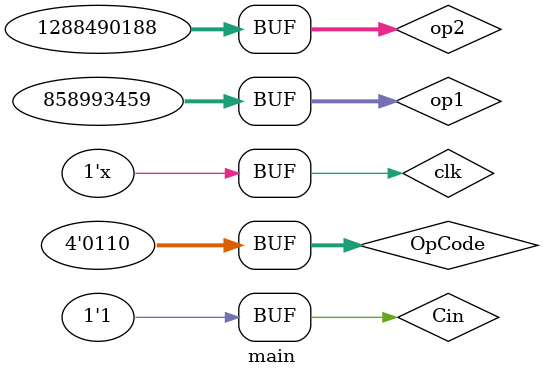
<source format=v>
`timescale 1ns / 1ps


module main();
reg [31:0] op1;
reg [31:0] op2;
reg [3:0] OpCode;
reg Cin;

wire [31:0] result;
wire cflag, zflag, oflag;

reg clk;

ALU test(op1, op2, OpCode, Cin, result, cflag, zflag, oflag, clk);

initial begin
    clk=1'b0; //clock start

    //test case 1 (Or)
    op1=32'b00110011001100110011001100110011;
    op2=32'b11001100110011001100110011001100;
    OpCode=4'b1111;
    Cin=1'b0;
    #100;
    
    //test case 2 (And)
    op1=32'b00110011001100110011001100110011;
    op2=32'b11001100110011001100110011001100;
    OpCode=4'b0000;
    Cin=1'b0;
    #100;
    
    //test case 3 (Addition)
    op1=32'b00000000000000001111111111111111;
    op2=32'b00000000000000000000000000000001;
    OpCode=4'b1001;
    Cin=1'b1;
    #100;
    
    //test case 4 (Subtraction)
    op1=32'b00000000000000000000000000001000;
    op2=32'b00000000000000000000000000000001;
    OpCode=4'b0110;
    Cin=1'b0;
    #100;
    
    //test case 5 (Addition)
    op1=32'b11110000111100001111000011110001;
    op2=32'b00001111000011110000111100001111;
    OpCode=4'b1001;
    Cin=1'b0;
    #100;
    
    //test case 6 (Subtraction)
    op1=32'b00110011001100110011001100110011;
    op2=32'b01001100110011001100110011001100;
    OpCode=4'b0110;
    Cin=1'b1;
    #100;
end

always begin
#1;
clk = ~clk;
end
endmodule
</source>
